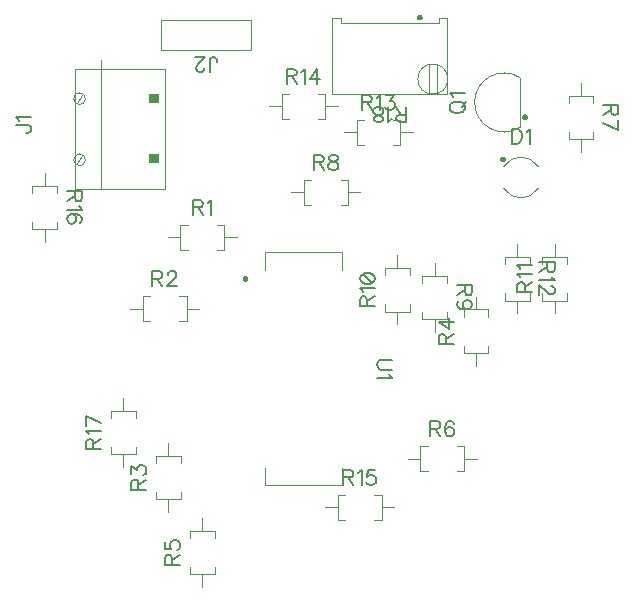
<source format=gbr>
G04 DipTrace 5.0.0.0*
G04 UstundagTopSilk.gbr*
%MOIN*%
G04 #@! TF.FileFunction,Legend,Top*
G04 #@! TF.Part,Single*
%ADD10C,0.004724*%
G04 #@! TA.AperFunction,CopperBalancing*
%ADD58C,0.00772*%
%FSLAX26Y26*%
G04*
G70*
G90*
G75*
G01*
G04 TopSilk*
%LPD*%
X569585Y492864D2*
G54D10*
G03X455411Y492864I-57087J-35987D01*
G01*
X569585Y419636D2*
G02X455411Y419636I-57087J35987D01*
G01*
G36*
X442523Y516383D2*
X442607Y517667D1*
X442858Y518930D1*
X443272Y520149D1*
X443842Y521304D1*
X444557Y522374D1*
X445406Y523342D1*
X446374Y524191D1*
X447444Y524906D1*
X448599Y525476D1*
X449818Y525890D1*
X451081Y526141D1*
X452365Y526225D1*
X453650Y526141D1*
X454913Y525890D1*
X456132Y525476D1*
X457287Y524906D1*
X458357Y524191D1*
X459325Y523342D1*
X460174Y522374D1*
X460889Y521304D1*
X461459Y520149D1*
X461873Y518930D1*
X462124Y517667D1*
X462208Y516383D1*
D1*
X462124Y515098D1*
X461873Y513835D1*
X461459Y512616D1*
X460889Y511461D1*
X460174Y510391D1*
X459325Y509423D1*
X458357Y508574D1*
X457287Y507859D1*
X456132Y507289D1*
X454913Y506875D1*
X453650Y506624D1*
X452365Y506540D1*
X451081Y506624D1*
X449818Y506875D1*
X448599Y507289D1*
X447444Y507859D1*
X446374Y508574D1*
X445406Y509423D1*
X444557Y510391D1*
X443842Y511461D1*
X443272Y512616D1*
X442858Y513835D1*
X442607Y515098D1*
X442523Y516383D1*
D1*
G37*
X-974998Y418747D2*
G54D10*
X-674998Y418753D1*
X-675006Y818753D1*
X-975006Y818747D1*
X-974998Y418747D1*
X-887990Y416780D2*
X-887998Y847095D1*
X-978499Y514898D2*
G02X-978499Y514898I19641J0D01*
G01*
X-939177Y718614D2*
Y718863D1*
G03X-978547Y718863I-19685J0D01*
G01*
Y718613D1*
G03X-939177Y718614I19685J0D01*
G01*
X-968455Y502799D2*
X-949755Y527980D1*
X-968656Y706053D2*
X-949955Y731235D1*
G36*
X-726575Y503067D2*
X-695078D1*
X-695079Y534544D1*
X-726575Y534543D1*
Y503067D1*
G37*
G36*
X-726578Y703172D2*
X-695082D1*
X-695083Y734356D1*
X-726579Y734355D1*
X-726578Y703172D1*
G37*
X-687503Y981247D2*
G54D10*
X-687501Y881247D1*
X-387503Y981253D2*
X-687503Y981247D1*
X-387503Y981253D2*
X-387501Y881253D1*
X-687501Y881247D1*
X509405Y623409D2*
G02X509405Y789091I-53150J82841D01*
G01*
Y623409D2*
Y789091D1*
G36*
X526334Y647195D2*
X525049Y647279D1*
X523786Y647530D1*
X522567Y647944D1*
X521413Y648514D1*
X520342Y649229D1*
X519374Y650078D1*
X518525Y651046D1*
X517810Y652116D1*
X517241Y653271D1*
X516827Y654490D1*
X516576Y655753D1*
X516491Y657037D1*
X516576Y658322D1*
X516827Y659585D1*
X517241Y660804D1*
X517810Y661959D1*
X518525Y663029D1*
X519374Y663997D1*
X520342Y664846D1*
X521413Y665561D1*
X522567Y666131D1*
X523786Y666545D1*
X525049Y666796D1*
X526334Y666880D1*
D1*
X527619Y666796D1*
X528881Y666545D1*
X530100Y666131D1*
X531255Y665561D1*
X532326Y664846D1*
X533294Y663997D1*
X534142Y663029D1*
X534858Y661959D1*
X535427Y660804D1*
X535841Y659585D1*
X536092Y658322D1*
X536176Y657037D1*
X536092Y655753D1*
X535841Y654490D1*
X535427Y653271D1*
X534858Y652116D1*
X534142Y651046D1*
X533294Y650078D1*
X532326Y649229D1*
X531255Y648514D1*
X530100Y647944D1*
X528881Y647530D1*
X527619Y647279D1*
X526334Y647195D1*
D1*
G37*
X-598427Y297589D2*
G54D10*
X-622837D1*
Y214911D1*
X-598427D1*
X-501577Y297589D2*
X-477167D1*
Y214911D1*
X-501577D1*
X-664963Y256250D2*
X-622837D1*
X-477167D2*
X-435041D1*
X-723427Y60089D2*
X-747837D1*
Y-22589D1*
X-723427D1*
X-626577Y60089D2*
X-602167D1*
Y-22589D1*
X-626577D1*
X-789963Y18750D2*
X-747837D1*
X-602167D2*
X-560041D1*
X-703839Y-592177D2*
X-703838Y-616586D1*
X-621161Y-616583D1*
X-621162Y-592174D1*
X-703842Y-495326D2*
X-703843Y-470917D1*
X-621166Y-470914D1*
X-621165Y-495323D1*
X-662498Y-658711D2*
X-662500Y-616585D1*
X-662504Y-470915D2*
X-662506Y-428789D1*
X321159Y-104675D2*
Y-129085D1*
X403837D1*
Y-104675D1*
X321159Y-7825D2*
Y16585D1*
X403837D1*
Y-7825D1*
X362498Y-171211D2*
Y-129085D1*
Y16585D2*
Y58711D1*
X-591341Y-842175D2*
Y-866585D1*
X-508663D1*
Y-842175D1*
X-591341Y-745325D2*
Y-720915D1*
X-508663D1*
Y-745325D1*
X-550002Y-908711D2*
Y-866585D1*
Y-720915D2*
Y-678789D1*
X201573Y-439911D2*
X177163D1*
Y-522589D1*
X201573D1*
X298423Y-439911D2*
X322833D1*
Y-522589D1*
X298423D1*
X135037Y-481250D2*
X177163D1*
X322833D2*
X364959D1*
X753837Y704675D2*
Y729085D1*
X671159D1*
Y704675D1*
X753837Y607825D2*
Y583415D1*
X671159D1*
Y607825D1*
X712498Y771211D2*
Y729085D1*
Y583415D2*
Y541289D1*
X-185927Y447589D2*
X-210337D1*
Y364911D1*
X-185927D1*
X-89077Y447589D2*
X-64667D1*
Y364911D1*
X-89077D1*
X-252463Y406250D2*
X-210337D1*
X-64667D2*
X-22541D1*
X266337Y104675D2*
Y129085D1*
X183659D1*
Y104675D1*
X266337Y7825D2*
Y-16585D1*
X183659D1*
Y7825D1*
X224998Y171211D2*
Y129085D1*
Y-16585D2*
Y-58711D1*
X58659Y32825D2*
Y8415D1*
X141337D1*
Y32825D1*
X58659Y129675D2*
Y154085D1*
X141337D1*
Y129675D1*
X99998Y-33711D2*
Y8415D1*
Y154085D2*
Y196211D1*
X583661Y70323D2*
X583662Y45914D1*
X666339Y45917D1*
X666338Y70326D1*
X583658Y167174D2*
X583657Y191583D1*
X666334Y191586D1*
X666335Y167177D1*
X625002Y3789D2*
X625000Y45915D1*
X624996Y191585D2*
X624994Y233711D1*
X541335Y167176D2*
Y191586D1*
X458657Y191584D1*
X458658Y167174D1*
X541338Y70326D2*
Y45916D1*
X458661Y45914D1*
Y70324D1*
X499995Y233711D2*
X499996Y191585D1*
X500000Y45915D2*
X500001Y3789D1*
X-10927Y647589D2*
X-35337D1*
Y564911D1*
X-10927D1*
X85923Y647589D2*
X110333D1*
Y564911D1*
X85923D1*
X-77463Y606250D2*
X-35337D1*
X110333D2*
X152459D1*
X-260927Y735089D2*
X-285337D1*
Y652411D1*
X-260927D1*
X-164077Y735089D2*
X-139667D1*
Y652411D1*
X-164077D1*
X-327463Y693750D2*
X-285337D1*
X-139667D2*
X-97541D1*
X-73427Y-602411D2*
X-97837D1*
Y-685089D1*
X-73427D1*
X23423Y-602411D2*
X47833D1*
Y-685089D1*
X23423D1*
X-139963Y-643750D2*
X-97837D1*
X47833D2*
X89959D1*
X-1033663Y404675D2*
Y429085D1*
X-1116341D1*
Y404675D1*
X-1033663Y307825D2*
Y283415D1*
X-1116341D1*
Y307825D1*
X-1075002Y471211D2*
Y429085D1*
Y283415D2*
Y241289D1*
X-853840Y-442176D2*
X-853839Y-466585D1*
X-771162Y-466584D1*
X-771163Y-442174D1*
X-853842Y-345326D2*
Y-320916D1*
X-771165Y-320915D1*
X-771164Y-345324D1*
X-812500Y-508711D2*
X-812501Y-466585D1*
X-812503Y-320915D2*
X-812504Y-278789D1*
X267515Y987357D2*
X267520Y735388D1*
X-117519Y735380D1*
X-117525Y987348D1*
X-87603Y987349D1*
Y972388D1*
X237594Y972395D1*
Y987356D1*
X267515Y987357D1*
X168504Y784206D2*
G02X168504Y784206I50000J0D01*
G01*
X231270Y736962D2*
X231258Y831450D1*
X205740Y736962D2*
X205747Y831450D1*
G36*
X184838Y989323D2*
X184753Y988039D1*
X184502Y986776D1*
X184088Y985557D1*
X183519Y984402D1*
X182804Y983331D1*
X181955Y982364D1*
X180987Y981515D1*
X179917Y980799D1*
X178762Y980230D1*
X177543Y979816D1*
X176280Y979565D1*
X174995Y979481D1*
X173711Y979565D1*
X172448Y979816D1*
X171229Y980230D1*
X170074Y980799D1*
X169004Y981514D1*
X168036Y982363D1*
X167187Y983331D1*
X166471Y984402D1*
X165902Y985556D1*
X165488Y986775D1*
X165237Y988038D1*
X165153Y989323D1*
D1*
X165237Y990608D1*
X165488Y991870D1*
X165902Y993089D1*
X166471Y994244D1*
X167186Y995315D1*
X168035Y996283D1*
X169003Y997132D1*
X170074Y997847D1*
X171228Y998416D1*
X172447Y998830D1*
X173710Y999081D1*
X174995Y999166D1*
X176280Y999081D1*
X177542Y998830D1*
X178761Y998416D1*
X179916Y997847D1*
X180987Y997132D1*
X181955Y996283D1*
X182804Y995315D1*
X183519Y994245D1*
X184088Y993090D1*
X184502Y991871D1*
X184753Y990608D1*
X184838Y989323D1*
D1*
G37*
X-82581Y148278D2*
G54D10*
Y206545D1*
X-342423D1*
Y148278D1*
X-82581Y-510778D2*
Y-569045D1*
X-342423D1*
Y-510778D1*
G36*
X-405809Y128593D2*
X-404524Y128508D1*
X-403262Y128257D1*
X-402043Y127843D1*
X-400888Y127274D1*
X-399817Y126559D1*
X-398849Y125710D1*
X-398001Y124742D1*
X-397285Y123671D1*
X-396716Y122517D1*
X-396302Y121297D1*
X-396051Y120035D1*
X-395967Y118750D1*
X-396051Y117465D1*
X-396302Y116203D1*
X-396716Y114983D1*
X-397285Y113829D1*
X-398001Y112758D1*
X-398849Y111790D1*
X-399817Y110941D1*
X-400888Y110226D1*
X-402043Y109657D1*
X-403262Y109243D1*
X-404524Y108992D1*
X-405809Y108907D1*
D1*
X-407094Y108992D1*
X-408357Y109243D1*
X-409576Y109657D1*
X-410730Y110226D1*
X-411801Y110941D1*
X-412769Y111790D1*
X-413618Y112758D1*
X-414333Y113829D1*
X-414902Y114983D1*
X-415316Y116203D1*
X-415567Y117465D1*
X-415652Y118750D1*
X-415567Y120035D1*
X-415316Y121297D1*
X-414902Y122517D1*
X-414333Y123671D1*
X-413618Y124742D1*
X-412769Y125710D1*
X-411801Y126559D1*
X-410730Y127274D1*
X-409576Y127843D1*
X-408357Y128257D1*
X-407094Y128508D1*
X-405809Y128593D1*
D1*
G37*
X482035Y618843D2*
G54D58*
Y568603D1*
X498782D1*
X505967Y571035D1*
X510775Y575788D1*
X513152Y580597D1*
X515528Y587726D1*
Y599720D1*
X513152Y606905D1*
X510775Y611658D1*
X505967Y616467D1*
X498782Y618843D1*
X482035D1*
X530967Y609226D2*
X535776Y611658D1*
X542961Y618788D1*
Y568603D1*
X-1169877Y629788D2*
X-1131631Y629789D1*
X-1124446Y627413D1*
X-1122069Y624981D1*
X-1119637Y620228D1*
Y615419D1*
X-1122069Y610666D1*
X-1124445Y608289D1*
X-1131630Y605857D1*
X-1136384D1*
X-1160261Y645228D2*
X-1162693Y650036D1*
X-1169823Y657221D1*
X-1119638Y657222D1*
X-524999Y808027D2*
X-525000Y846274D1*
X-522623Y853459D1*
X-520192Y855835D1*
X-515438Y858267D1*
X-510630Y858268D1*
X-505877Y855836D1*
X-503500Y853459D1*
X-501068Y846274D1*
Y841521D1*
X-542870Y820020D2*
Y817644D1*
X-545247Y812835D1*
X-547623Y810459D1*
X-552432Y808082D1*
X-561993D1*
X-566747Y810458D1*
X-569123Y812835D1*
X-571555Y817643D1*
Y822396D1*
X-569123Y827205D1*
X-564370Y834335D1*
X-540439Y858267D1*
X-573933Y858266D1*
X274764Y685253D2*
X277086Y680500D1*
X281894Y675691D1*
X286703Y673315D1*
X293888Y670883D1*
X305826D1*
X313011Y673315D1*
X317764Y675691D1*
X322572Y680500D1*
X324949Y685253D1*
Y694814D1*
X322572Y699623D1*
X317764Y704376D1*
X313011Y706753D1*
X305826Y709185D1*
X293888D1*
X286703Y706753D1*
X281894Y704376D1*
X277086Y699623D1*
X274764Y694814D1*
Y685253D1*
X315387Y692438D2*
X329758Y706753D1*
X284381Y724624D2*
X281949Y729432D1*
X274820Y736617D1*
X325004D1*
X-580465Y356722D2*
X-558965D1*
X-551780Y359154D1*
X-549348Y361531D1*
X-546972Y366284D1*
Y371093D1*
X-549348Y375846D1*
X-551780Y378278D1*
X-558965Y380654D1*
X-580465D1*
Y330414D1*
X-563718Y356722D2*
X-546972Y330414D1*
X-531533Y371037D2*
X-526724Y373469D1*
X-519539Y380599D1*
Y330414D1*
X-716215Y119222D2*
X-694715D1*
X-687530Y121654D1*
X-685098Y124031D1*
X-682722Y128784D1*
Y133593D1*
X-685098Y138346D1*
X-687530Y140778D1*
X-694715Y143154D1*
X-716215D1*
Y92914D1*
X-699468Y119222D2*
X-682722Y92914D1*
X-664851Y131161D2*
Y133537D1*
X-662474Y138346D1*
X-660097Y140722D1*
X-655289Y143099D1*
X-645727D1*
X-640974Y140722D1*
X-638598Y138346D1*
X-636166Y133537D1*
Y128784D1*
X-638598Y123976D1*
X-643351Y116846D1*
X-667282Y92914D1*
X-633789D1*
X-762973Y-584966D2*
X-762974Y-563466D1*
X-765406Y-556281D1*
X-767783Y-553850D1*
X-772536Y-551473D1*
X-777344D1*
X-782097Y-553850D1*
X-784529Y-556282D1*
X-786906Y-563467D1*
X-786905Y-584967D1*
X-736665Y-584965D1*
X-762974Y-568220D2*
X-736666Y-551472D1*
X-786851Y-531226D2*
X-786852Y-504973D1*
X-767729Y-519287D1*
Y-512102D1*
X-765352Y-507349D1*
X-762976Y-504972D1*
X-755791Y-502540D1*
X-751038D1*
X-743853Y-504972D1*
X-739044Y-509725D1*
X-736667Y-516910D1*
Y-524095D1*
X-739043Y-531224D1*
X-741475Y-533601D1*
X-746228Y-536033D1*
X262025Y-98651D2*
Y-77151D1*
X259594Y-69966D1*
X257217Y-67535D1*
X252464Y-65158D1*
X247655D1*
X242902Y-67535D1*
X240470Y-69966D1*
X238094Y-77151D1*
Y-98651D1*
X288334D1*
X262025Y-81905D2*
X288334Y-65158D1*
Y-25787D2*
X238149D1*
X271587Y-49719D1*
Y-13849D1*
X-650475Y-834963D2*
Y-813463D1*
X-652906Y-806278D1*
X-655283Y-803846D1*
X-660036Y-801470D1*
X-664845D1*
X-669598Y-803846D1*
X-672030Y-806278D1*
X-674406Y-813463D1*
Y-834963D1*
X-624166D1*
X-650475Y-818216D2*
X-624166Y-801470D1*
X-674351Y-757345D2*
Y-781222D1*
X-652851Y-783599D1*
X-655228Y-781222D1*
X-657660Y-774037D1*
Y-766907D1*
X-655228Y-759722D1*
X-650475Y-754914D1*
X-643290Y-752537D1*
X-638536D1*
X-631351Y-754914D1*
X-626543Y-759722D1*
X-624166Y-766907D1*
Y-774037D1*
X-626543Y-781222D1*
X-628975Y-783599D1*
X-633728Y-786030D1*
X210001Y-380778D2*
X231501D1*
X238686Y-378346D1*
X241118Y-375969D1*
X243494Y-371216D1*
Y-366407D1*
X241118Y-361654D1*
X238686Y-359222D1*
X231501Y-356846D1*
X210001D1*
Y-407086D1*
X226748Y-380778D2*
X243494Y-407086D1*
X287618Y-364031D2*
X285242Y-359278D1*
X278057Y-356901D1*
X273304D1*
X266119Y-359278D1*
X261310Y-366463D1*
X258933Y-378401D1*
Y-390339D1*
X261310Y-399901D1*
X266119Y-404709D1*
X273304Y-407086D1*
X275680D1*
X282810Y-404709D1*
X287618Y-399901D1*
X289995Y-392716D1*
Y-390339D1*
X287618Y-383154D1*
X282810Y-378401D1*
X275680Y-376024D1*
X273304D1*
X266119Y-378401D1*
X261310Y-383154D1*
X258933Y-390339D1*
X812970Y697463D2*
Y675963D1*
X815402Y668778D1*
X817779Y666346D1*
X822532Y663970D1*
X827340D1*
X832094Y666346D1*
X834526Y668778D1*
X836902Y675963D1*
Y697463D1*
X786662D1*
X812970Y680716D2*
X786662Y663970D1*
Y638969D2*
X836847Y615037D1*
Y648530D1*
X-178687Y506722D2*
X-157188D1*
X-150003Y509154D1*
X-147571Y511531D1*
X-145194Y516284D1*
Y521093D1*
X-147571Y525846D1*
X-150003Y528278D1*
X-157188Y530654D1*
X-178687D1*
Y480414D1*
X-161941Y506722D2*
X-145194Y480414D1*
X-117817Y530599D2*
X-124946Y528222D1*
X-127378Y523469D1*
Y518661D1*
X-124946Y513908D1*
X-120193Y511476D1*
X-110632Y509099D1*
X-103447Y506722D1*
X-98693Y501914D1*
X-96317Y497161D1*
Y489976D1*
X-98693Y485223D1*
X-101070Y482791D1*
X-108255Y480414D1*
X-117817D1*
X-124946Y482791D1*
X-127378Y485223D1*
X-129755Y489976D1*
Y497161D1*
X-127378Y501914D1*
X-122570Y506722D1*
X-115440Y509099D1*
X-105878Y511476D1*
X-101070Y513908D1*
X-98693Y518661D1*
Y523469D1*
X-101070Y528222D1*
X-108255Y530599D1*
X-117817D1*
X325470Y96275D2*
Y74775D1*
X327902Y67590D1*
X330279Y65158D1*
X335032Y62781D1*
X339840D1*
X344594Y65158D1*
X347026Y67590D1*
X349402Y74775D1*
Y96275D1*
X299162D1*
X325470Y79528D2*
X299162Y62781D1*
X332655Y16225D2*
X325470Y18657D1*
X320662Y23410D1*
X318285Y30595D1*
Y32972D1*
X320662Y40157D1*
X325470Y44910D1*
X332655Y47342D1*
X335032D1*
X342217Y44910D1*
X346970Y40157D1*
X349347Y32972D1*
Y30595D1*
X346970Y23410D1*
X342217Y18657D1*
X332655Y16225D1*
X320662D1*
X308724Y18657D1*
X301539Y23410D1*
X299162Y30595D1*
Y35349D1*
X301539Y42534D1*
X306347Y44910D1*
X-475Y26321D2*
Y47821D1*
X-2906Y55006D1*
X-5283Y57437D1*
X-10036Y59814D1*
X-14845D1*
X-19598Y57437D1*
X-22030Y55006D1*
X-24406Y47821D1*
Y26321D1*
X25834D1*
X-475Y43067D2*
X25834Y59814D1*
X-14789Y75253D2*
X-17221Y80062D1*
X-24351Y87247D1*
X25834D1*
X-24351Y117056D2*
X-21974Y109871D1*
X-14789Y105063D1*
X-2851Y102686D1*
X4334D1*
X16272Y105063D1*
X23457Y109871D1*
X25834Y117056D1*
Y121809D1*
X23457Y128994D1*
X16272Y133747D1*
X4334Y136179D1*
X-2851D1*
X-14789Y133747D1*
X-21974Y128994D1*
X-24351Y121809D1*
Y117056D1*
X-14789Y133747D2*
X16272Y105063D1*
X524527Y74567D2*
X524526Y96067D1*
X522094Y103252D1*
X519717Y105684D1*
X514964Y108060D1*
X510156D1*
X505403Y105683D1*
X502971Y103251D1*
X500594Y96066D1*
X500595Y74566D1*
X550835Y74568D1*
X524526Y91314D2*
X550834Y108061D1*
X510210Y123499D2*
X507778Y128308D1*
X500648Y135493D1*
X550833Y135494D1*
X510210Y150932D2*
X507778Y155740D1*
X500648Y162925D1*
X550832Y162927D1*
X600469Y173682D2*
X600470Y152182D1*
X602902Y144997D1*
X605278Y142565D1*
X610031Y140189D1*
X614840D1*
X619593Y142566D1*
X622025Y144998D1*
X624401Y152183D1*
Y173683D1*
X574161Y173681D1*
X600469Y156935D2*
X574162Y140188D1*
X614785Y124750D2*
X617217Y119941D1*
X624347Y112756D1*
X574162Y112755D1*
X612409Y94885D2*
X614786D1*
X619594Y92509D1*
X621971Y90132D1*
X624348Y85324D1*
Y75762D1*
X621971Y71009D1*
X619595Y68632D1*
X614787Y66200D1*
X610033D1*
X605225Y68632D1*
X598095Y73385D1*
X574163Y97316D1*
X574164Y63823D1*
X-17431Y706722D2*
X4068D1*
X11253Y709154D1*
X13685Y711531D1*
X16062Y716284D1*
Y721093D1*
X13685Y725846D1*
X11253Y728278D1*
X4068Y730654D1*
X-17431D1*
Y680414D1*
X-685Y706722D2*
X16062Y680414D1*
X31501Y721037D2*
X36310Y723469D1*
X43495Y730599D1*
Y680414D1*
X63742Y730599D2*
X89995D1*
X75681Y711476D1*
X82866D1*
X87619Y709099D1*
X89995Y706722D1*
X92427Y699537D1*
Y694784D1*
X89995Y687599D1*
X85242Y682791D1*
X78057Y680414D1*
X70872D1*
X63742Y682791D1*
X61366Y685223D1*
X58934Y689976D1*
X-268620Y794222D2*
X-247120D1*
X-239935Y796654D1*
X-237503Y799031D1*
X-235126Y803784D1*
Y808593D1*
X-237503Y813346D1*
X-239935Y815778D1*
X-247120Y818154D1*
X-268620D1*
Y767914D1*
X-251873Y794222D2*
X-235126Y767914D1*
X-219687Y808537D2*
X-214879Y810969D1*
X-207694Y818099D1*
Y767914D1*
X-168323D2*
Y818099D1*
X-192254Y784661D1*
X-156384D1*
X-79931Y-543278D2*
X-58432D1*
X-51247Y-540846D1*
X-48815Y-538469D1*
X-46438Y-533716D1*
Y-528907D1*
X-48815Y-524154D1*
X-51247Y-521722D1*
X-58432Y-519346D1*
X-79931D1*
Y-569586D1*
X-63185Y-543278D2*
X-46438Y-569586D1*
X-30999Y-528963D2*
X-26190Y-526531D1*
X-19005Y-519401D1*
Y-569586D1*
X25119Y-519401D2*
X1242D1*
X-1134Y-540901D1*
X1242Y-538524D1*
X8427Y-536092D1*
X15557D1*
X22742Y-538524D1*
X27551Y-543278D1*
X29927Y-550463D1*
Y-555216D1*
X27551Y-562401D1*
X22742Y-567209D1*
X15557Y-569586D1*
X8427D1*
X1242Y-567209D1*
X-1134Y-564777D1*
X-3566Y-560024D1*
X-974530Y409963D2*
Y388464D1*
X-972098Y381279D1*
X-969721Y378847D1*
X-964968Y376470D1*
X-960160D1*
X-955406Y378847D1*
X-952974Y381279D1*
X-950598Y388464D1*
Y409963D1*
X-1000838D1*
X-974530Y393217D2*
X-1000838Y376470D1*
X-960215Y361031D2*
X-957783Y356222D1*
X-950653Y349037D1*
X-1000838D1*
X-957783Y304913D2*
X-953030Y307290D1*
X-950653Y314475D1*
Y319228D1*
X-953030Y326413D1*
X-960215Y331221D1*
X-972153Y333598D1*
X-984091D1*
X-993653Y331221D1*
X-998461Y326413D1*
X-1000838Y319228D1*
Y316851D1*
X-998461Y309722D1*
X-993653Y304913D1*
X-986468Y302537D1*
X-984091D1*
X-976906Y304913D1*
X-972153Y309722D1*
X-969776Y316851D1*
Y319228D1*
X-972153Y326413D1*
X-976906Y331221D1*
X-984091Y333598D1*
X-912974Y-448681D2*
Y-427181D1*
X-915406Y-419996D1*
X-917783Y-417565D1*
X-922536Y-415188D1*
X-927344D1*
X-932097Y-417565D1*
X-934529Y-419997D1*
X-936906Y-427182D1*
X-936905Y-448682D1*
X-886665Y-448681D1*
X-912974Y-431935D2*
X-886666Y-415187D1*
X-927289Y-399749D2*
X-929721Y-394940D1*
X-936851Y-387756D1*
X-886666Y-387755D1*
X-886667Y-362754D2*
X-936852Y-338823D1*
X-936851Y-372316D1*
X130396Y665229D2*
X108896Y665228D1*
X101711Y662796D1*
X99279Y660420D1*
X96903Y655667D1*
Y650858D1*
X99280Y646105D1*
X101712Y643673D1*
X108897Y641297D1*
X130397D1*
X130395Y691537D1*
X113649Y665229D2*
X96902Y691536D1*
X81464Y650913D2*
X76655Y648481D1*
X69471Y641351D1*
X69469Y691536D1*
X42093Y641350D2*
X49223Y643727D1*
X51655Y648480D1*
X51654Y653289D1*
X49222Y658042D1*
X44469Y660474D1*
X34908Y662850D1*
X27722Y665227D1*
X22969Y670035D1*
X20592Y674788D1*
Y681973D1*
X22969Y686726D1*
X25345Y689158D1*
X32530Y691535D1*
X42092D1*
X49222Y689159D1*
X51654Y686727D1*
X54030Y681974D1*
X54031Y674789D1*
X51654Y670036D1*
X46846Y665227D1*
X39716Y662850D1*
X30154Y660473D1*
X25346Y658042D1*
X22970Y653288D1*
Y648480D1*
X25346Y643727D1*
X32531Y641350D1*
X42093D1*
X82020Y-150787D2*
X46150D1*
X38965Y-153164D1*
X34212Y-157972D1*
X31780Y-165157D1*
Y-169910D1*
X34212Y-177095D1*
X38965Y-181904D1*
X46150Y-184280D1*
X82020D1*
X72403Y-199720D2*
X74835Y-204528D1*
X81965Y-211713D1*
X31780D1*
M02*

</source>
